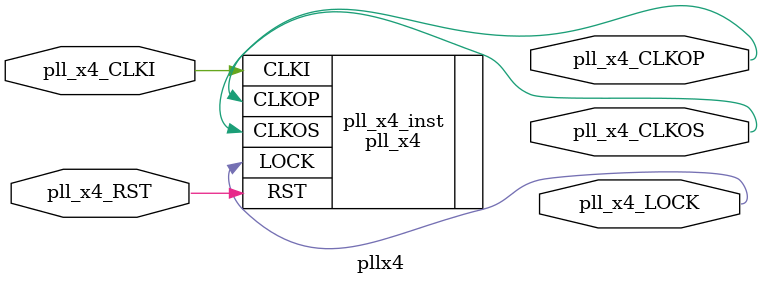
<source format=v>
/* synthesis translate_off*/
`define SBP_SIMULATION
/* synthesis translate_on*/
`ifndef SBP_SIMULATION
`define SBP_SYNTHESIS
`endif

//
// Verific Verilog Description of module pllx4
//
module pllx4 (pll_x4_CLKI, pll_x4_CLKOP, pll_x4_CLKOS, pll_x4_LOCK, 
            pll_x4_RST) /* synthesis sbp_module=true */ ;
    input pll_x4_CLKI;
    output pll_x4_CLKOP;
    output pll_x4_CLKOS;
    output pll_x4_LOCK;
    input pll_x4_RST;
    
    
    pll_x4 pll_x4_inst (.CLKI(pll_x4_CLKI), .CLKOP(pll_x4_CLKOP), .CLKOS(pll_x4_CLKOS), 
           .LOCK(pll_x4_LOCK), .RST(pll_x4_RST));
    
endmodule


//
// Verific Verilog Description of module pll_x4
//
// Black Box Module Declaration for Synthesis flow only. 
//

`ifdef SBP_SYNTHESIS
module pll_x4 (CLKI, CLKOP, CLKOS, LOCK, RST) /* synthesis syn_black_box=true */ ;
    input CLKI;
    output CLKOP;
    output CLKOS;
    output LOCK;
    input RST;
    
    
    
endmodule

`endif


</source>
